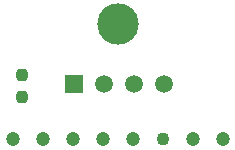
<source format=gbr>
%TF.GenerationSoftware,KiCad,Pcbnew,9.0.4*%
%TF.CreationDate,2025-09-09T11:26:36+01:00*%
%TF.ProjectId,dht11_m5stick,64687431-315f-46d3-9573-7469636b2e6b,rev?*%
%TF.SameCoordinates,Original*%
%TF.FileFunction,Soldermask,Top*%
%TF.FilePolarity,Negative*%
%FSLAX46Y46*%
G04 Gerber Fmt 4.6, Leading zero omitted, Abs format (unit mm)*
G04 Created by KiCad (PCBNEW 9.0.4) date 2025-09-09 11:26:36*
%MOMM*%
%LPD*%
G01*
G04 APERTURE LIST*
G04 Aperture macros list*
%AMRoundRect*
0 Rectangle with rounded corners*
0 $1 Rounding radius*
0 $2 $3 $4 $5 $6 $7 $8 $9 X,Y pos of 4 corners*
0 Add a 4 corners polygon primitive as box body*
4,1,4,$2,$3,$4,$5,$6,$7,$8,$9,$2,$3,0*
0 Add four circle primitives for the rounded corners*
1,1,$1+$1,$2,$3*
1,1,$1+$1,$4,$5*
1,1,$1+$1,$6,$7*
1,1,$1+$1,$8,$9*
0 Add four rect primitives between the rounded corners*
20,1,$1+$1,$2,$3,$4,$5,0*
20,1,$1+$1,$4,$5,$6,$7,0*
20,1,$1+$1,$6,$7,$8,$9,0*
20,1,$1+$1,$8,$9,$2,$3,0*%
G04 Aperture macros list end*
%ADD10RoundRect,0.237500X-0.237500X0.250000X-0.237500X-0.250000X0.237500X-0.250000X0.237500X0.250000X0*%
%ADD11R,1.500000X1.500000*%
%ADD12C,1.500000*%
%ADD13C,3.500000*%
%ADD14C,1.200000*%
%ADD15C,1.100000*%
G04 APERTURE END LIST*
D10*
%TO.C,R1 10k*%
X125526800Y-58727300D03*
X125526800Y-60552300D03*
%TD*%
D11*
%TO.C,U2*%
X129916900Y-59512200D03*
D12*
X132456900Y-59512200D03*
X134996900Y-59512200D03*
X137536900Y-59512200D03*
%TD*%
D13*
%TO.C,TP1*%
X133629400Y-54381400D03*
%TD*%
D14*
%TO.C,U1*%
X124739400Y-64160400D03*
X127279400Y-64160400D03*
X129819400Y-64160400D03*
X132359400Y-64160400D03*
X134899400Y-64160400D03*
D15*
X137439400Y-64160400D03*
D14*
X139979400Y-64160400D03*
X142519400Y-64160400D03*
%TD*%
M02*

</source>
